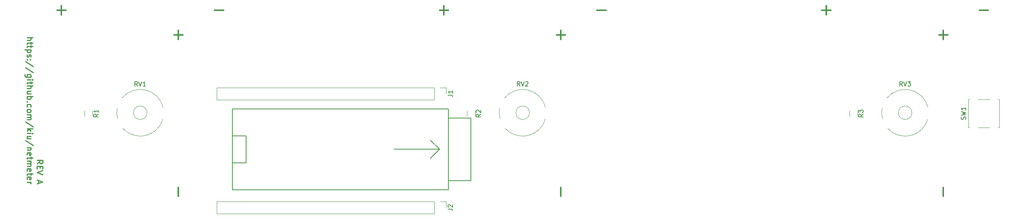
<source format=gbr>
G04 #@! TF.GenerationSoftware,KiCad,Pcbnew,(5.1.6)-1*
G04 #@! TF.CreationDate,2020-09-05T20:44:27+02:00*
G04 #@! TF.ProjectId,netmeter_base,6e65746d-6574-4657-925f-626173652e6b,rev?*
G04 #@! TF.SameCoordinates,Original*
G04 #@! TF.FileFunction,Legend,Top*
G04 #@! TF.FilePolarity,Positive*
%FSLAX46Y46*%
G04 Gerber Fmt 4.6, Leading zero omitted, Abs format (unit mm)*
G04 Created by KiCad (PCBNEW (5.1.6)-1) date 2020-09-05 20:44:27*
%MOMM*%
%LPD*%
G01*
G04 APERTURE LIST*
%ADD10C,0.250000*%
%ADD11C,0.200000*%
%ADD12C,0.300000*%
%ADD13C,0.120000*%
%ADD14C,0.150000*%
G04 APERTURE END LIST*
D10*
X34511904Y-86194642D02*
X35130952Y-85761309D01*
X34511904Y-85451785D02*
X35811904Y-85451785D01*
X35811904Y-85947023D01*
X35750000Y-86070833D01*
X35688095Y-86132738D01*
X35564285Y-86194642D01*
X35378571Y-86194642D01*
X35254761Y-86132738D01*
X35192857Y-86070833D01*
X35130952Y-85947023D01*
X35130952Y-85451785D01*
X35192857Y-86751785D02*
X35192857Y-87185119D01*
X34511904Y-87370833D02*
X34511904Y-86751785D01*
X35811904Y-86751785D01*
X35811904Y-87370833D01*
X35811904Y-87742261D02*
X34511904Y-88175595D01*
X35811904Y-88608928D01*
X34883333Y-89970833D02*
X34883333Y-90589880D01*
X34511904Y-89847023D02*
X35811904Y-90280357D01*
X34511904Y-90713690D01*
X32311904Y-58089880D02*
X33611904Y-58089880D01*
X32311904Y-58647023D02*
X32992857Y-58647023D01*
X33116666Y-58585119D01*
X33178571Y-58461309D01*
X33178571Y-58275595D01*
X33116666Y-58151785D01*
X33054761Y-58089880D01*
X33178571Y-59080357D02*
X33178571Y-59575595D01*
X33611904Y-59266071D02*
X32497619Y-59266071D01*
X32373809Y-59327976D01*
X32311904Y-59451785D01*
X32311904Y-59575595D01*
X33178571Y-59823214D02*
X33178571Y-60318452D01*
X33611904Y-60008928D02*
X32497619Y-60008928D01*
X32373809Y-60070833D01*
X32311904Y-60194642D01*
X32311904Y-60318452D01*
X33178571Y-60751785D02*
X31878571Y-60751785D01*
X33116666Y-60751785D02*
X33178571Y-60875595D01*
X33178571Y-61123214D01*
X33116666Y-61247023D01*
X33054761Y-61308928D01*
X32930952Y-61370833D01*
X32559523Y-61370833D01*
X32435714Y-61308928D01*
X32373809Y-61247023D01*
X32311904Y-61123214D01*
X32311904Y-60875595D01*
X32373809Y-60751785D01*
X32373809Y-61866071D02*
X32311904Y-61989880D01*
X32311904Y-62237499D01*
X32373809Y-62361309D01*
X32497619Y-62423214D01*
X32559523Y-62423214D01*
X32683333Y-62361309D01*
X32745238Y-62237499D01*
X32745238Y-62051785D01*
X32807142Y-61927976D01*
X32930952Y-61866071D01*
X32992857Y-61866071D01*
X33116666Y-61927976D01*
X33178571Y-62051785D01*
X33178571Y-62237499D01*
X33116666Y-62361309D01*
X32435714Y-62980357D02*
X32373809Y-63042261D01*
X32311904Y-62980357D01*
X32373809Y-62918452D01*
X32435714Y-62980357D01*
X32311904Y-62980357D01*
X33116666Y-62980357D02*
X33054761Y-63042261D01*
X32992857Y-62980357D01*
X33054761Y-62918452D01*
X33116666Y-62980357D01*
X32992857Y-62980357D01*
X33673809Y-64527976D02*
X32002380Y-63413690D01*
X33673809Y-65889880D02*
X32002380Y-64775595D01*
X33178571Y-66880357D02*
X32126190Y-66880357D01*
X32002380Y-66818452D01*
X31940476Y-66756547D01*
X31878571Y-66632738D01*
X31878571Y-66447023D01*
X31940476Y-66323214D01*
X32373809Y-66880357D02*
X32311904Y-66756547D01*
X32311904Y-66508928D01*
X32373809Y-66385119D01*
X32435714Y-66323214D01*
X32559523Y-66261309D01*
X32930952Y-66261309D01*
X33054761Y-66323214D01*
X33116666Y-66385119D01*
X33178571Y-66508928D01*
X33178571Y-66756547D01*
X33116666Y-66880357D01*
X32311904Y-67499404D02*
X33178571Y-67499404D01*
X33611904Y-67499404D02*
X33550000Y-67437500D01*
X33488095Y-67499404D01*
X33550000Y-67561309D01*
X33611904Y-67499404D01*
X33488095Y-67499404D01*
X33178571Y-67932738D02*
X33178571Y-68427976D01*
X33611904Y-68118452D02*
X32497619Y-68118452D01*
X32373809Y-68180357D01*
X32311904Y-68304166D01*
X32311904Y-68427976D01*
X32311904Y-68861309D02*
X33611904Y-68861309D01*
X32311904Y-69418452D02*
X32992857Y-69418452D01*
X33116666Y-69356547D01*
X33178571Y-69232738D01*
X33178571Y-69047023D01*
X33116666Y-68923214D01*
X33054761Y-68861309D01*
X33178571Y-70594642D02*
X32311904Y-70594642D01*
X33178571Y-70037500D02*
X32497619Y-70037500D01*
X32373809Y-70099404D01*
X32311904Y-70223214D01*
X32311904Y-70408928D01*
X32373809Y-70532738D01*
X32435714Y-70594642D01*
X32311904Y-71213690D02*
X33611904Y-71213690D01*
X33116666Y-71213690D02*
X33178571Y-71337500D01*
X33178571Y-71585119D01*
X33116666Y-71708928D01*
X33054761Y-71770833D01*
X32930952Y-71832738D01*
X32559523Y-71832738D01*
X32435714Y-71770833D01*
X32373809Y-71708928D01*
X32311904Y-71585119D01*
X32311904Y-71337500D01*
X32373809Y-71213690D01*
X32435714Y-72389880D02*
X32373809Y-72451785D01*
X32311904Y-72389880D01*
X32373809Y-72327976D01*
X32435714Y-72389880D01*
X32311904Y-72389880D01*
X32373809Y-73566071D02*
X32311904Y-73442261D01*
X32311904Y-73194642D01*
X32373809Y-73070833D01*
X32435714Y-73008928D01*
X32559523Y-72947023D01*
X32930952Y-72947023D01*
X33054761Y-73008928D01*
X33116666Y-73070833D01*
X33178571Y-73194642D01*
X33178571Y-73442261D01*
X33116666Y-73566071D01*
X32311904Y-74308928D02*
X32373809Y-74185119D01*
X32435714Y-74123214D01*
X32559523Y-74061309D01*
X32930952Y-74061309D01*
X33054761Y-74123214D01*
X33116666Y-74185119D01*
X33178571Y-74308928D01*
X33178571Y-74494642D01*
X33116666Y-74618452D01*
X33054761Y-74680357D01*
X32930952Y-74742261D01*
X32559523Y-74742261D01*
X32435714Y-74680357D01*
X32373809Y-74618452D01*
X32311904Y-74494642D01*
X32311904Y-74308928D01*
X32311904Y-75299404D02*
X33178571Y-75299404D01*
X33054761Y-75299404D02*
X33116666Y-75361309D01*
X33178571Y-75485119D01*
X33178571Y-75670833D01*
X33116666Y-75794642D01*
X32992857Y-75856547D01*
X32311904Y-75856547D01*
X32992857Y-75856547D02*
X33116666Y-75918452D01*
X33178571Y-76042261D01*
X33178571Y-76227976D01*
X33116666Y-76351785D01*
X32992857Y-76413690D01*
X32311904Y-76413690D01*
X33673809Y-77961309D02*
X32002380Y-76847023D01*
X32311904Y-78394642D02*
X33611904Y-78394642D01*
X32807142Y-78518452D02*
X32311904Y-78889880D01*
X33178571Y-78889880D02*
X32683333Y-78394642D01*
X32311904Y-79447023D02*
X33178571Y-79447023D01*
X33611904Y-79447023D02*
X33550000Y-79385119D01*
X33488095Y-79447023D01*
X33550000Y-79508928D01*
X33611904Y-79447023D01*
X33488095Y-79447023D01*
X33178571Y-80623214D02*
X32311904Y-80623214D01*
X33178571Y-80066071D02*
X32497619Y-80066071D01*
X32373809Y-80127976D01*
X32311904Y-80251785D01*
X32311904Y-80437499D01*
X32373809Y-80561309D01*
X32435714Y-80623214D01*
X33673809Y-82170833D02*
X32002380Y-81056547D01*
X33178571Y-82604166D02*
X32311904Y-82604166D01*
X33054761Y-82604166D02*
X33116666Y-82666071D01*
X33178571Y-82789880D01*
X33178571Y-82975595D01*
X33116666Y-83099404D01*
X32992857Y-83161309D01*
X32311904Y-83161309D01*
X32373809Y-84275595D02*
X32311904Y-84151785D01*
X32311904Y-83904166D01*
X32373809Y-83780357D01*
X32497619Y-83718452D01*
X32992857Y-83718452D01*
X33116666Y-83780357D01*
X33178571Y-83904166D01*
X33178571Y-84151785D01*
X33116666Y-84275595D01*
X32992857Y-84337500D01*
X32869047Y-84337500D01*
X32745238Y-83718452D01*
X33178571Y-84708928D02*
X33178571Y-85204166D01*
X33611904Y-84894642D02*
X32497619Y-84894642D01*
X32373809Y-84956547D01*
X32311904Y-85080357D01*
X32311904Y-85204166D01*
X32311904Y-85637499D02*
X33178571Y-85637499D01*
X33054761Y-85637499D02*
X33116666Y-85699404D01*
X33178571Y-85823214D01*
X33178571Y-86008928D01*
X33116666Y-86132738D01*
X32992857Y-86194642D01*
X32311904Y-86194642D01*
X32992857Y-86194642D02*
X33116666Y-86256547D01*
X33178571Y-86380357D01*
X33178571Y-86566071D01*
X33116666Y-86689880D01*
X32992857Y-86751785D01*
X32311904Y-86751785D01*
X32373809Y-87866071D02*
X32311904Y-87742261D01*
X32311904Y-87494642D01*
X32373809Y-87370833D01*
X32497619Y-87308928D01*
X32992857Y-87308928D01*
X33116666Y-87370833D01*
X33178571Y-87494642D01*
X33178571Y-87742261D01*
X33116666Y-87866071D01*
X32992857Y-87927976D01*
X32869047Y-87927976D01*
X32745238Y-87308928D01*
X33178571Y-88299404D02*
X33178571Y-88794642D01*
X33611904Y-88485119D02*
X32497619Y-88485119D01*
X32373809Y-88547023D01*
X32311904Y-88670833D01*
X32311904Y-88794642D01*
X32373809Y-89723214D02*
X32311904Y-89599404D01*
X32311904Y-89351785D01*
X32373809Y-89227976D01*
X32497619Y-89166071D01*
X32992857Y-89166071D01*
X33116666Y-89227976D01*
X33178571Y-89351785D01*
X33178571Y-89599404D01*
X33116666Y-89723214D01*
X32992857Y-89785119D01*
X32869047Y-89785119D01*
X32745238Y-89166071D01*
X32311904Y-90342261D02*
X33178571Y-90342261D01*
X32930952Y-90342261D02*
X33054761Y-90404166D01*
X33116666Y-90466071D01*
X33178571Y-90589880D01*
X33178571Y-90713690D01*
D11*
X131000000Y-90000000D02*
X131000000Y-76000000D01*
X126000000Y-76000000D02*
X131000000Y-76000000D01*
D12*
X66000000Y-91500000D02*
X66000000Y-93500000D01*
X151000000Y-91500000D02*
X151000000Y-93500000D01*
X66000000Y-56500000D02*
X66000000Y-58500000D01*
X65000000Y-57500000D02*
X67000000Y-57500000D01*
X151000000Y-56500000D02*
X151000000Y-58500000D01*
X150000000Y-57500000D02*
X152000000Y-57500000D01*
X236000000Y-93500000D02*
X236000000Y-91500000D01*
X236000000Y-58500000D02*
X236000000Y-56500000D01*
X235000000Y-57500000D02*
X237000000Y-57500000D01*
X244000000Y-52000000D02*
X246000000Y-52000000D01*
X210000000Y-51000000D02*
X210000000Y-53000000D01*
X209000000Y-52000000D02*
X211000000Y-52000000D01*
X159000000Y-52000000D02*
X161000000Y-52000000D01*
X126000000Y-52000000D02*
X124000000Y-52000000D01*
X125000000Y-51000000D02*
X125000000Y-53000000D01*
X74000000Y-52000000D02*
X76000000Y-52000000D01*
X41000000Y-52000000D02*
X39000000Y-52000000D01*
X40000000Y-51000000D02*
X40000000Y-53000000D01*
D11*
X122000000Y-85000000D02*
X124000000Y-83000000D01*
X122000000Y-81000000D02*
X124000000Y-83000000D01*
D13*
X124000000Y-83000000D02*
X122000000Y-81000000D01*
D11*
X124000000Y-83000000D02*
X114000000Y-83000000D01*
X81000000Y-86000000D02*
X81000000Y-80000000D01*
X78000000Y-86000000D02*
X81000000Y-86000000D01*
X78000000Y-80000000D02*
X81000000Y-80000000D01*
X131000000Y-90000000D02*
X126000000Y-90000000D01*
X126000000Y-74000000D02*
X78000000Y-74000000D01*
X126000000Y-92000000D02*
X126000000Y-74000000D01*
X78000000Y-92000000D02*
X126000000Y-92000000D01*
X78000000Y-74000000D02*
X78000000Y-92000000D01*
D13*
X122855000Y-69270000D02*
X74535000Y-69270000D01*
X74535000Y-69270000D02*
X74535000Y-71930000D01*
X74535000Y-71930000D02*
X122855000Y-71930000D01*
X122855000Y-71930000D02*
X122855000Y-69270000D01*
X124125000Y-69270000D02*
X125455000Y-69270000D01*
X125455000Y-69270000D02*
X125455000Y-70600000D01*
X125455000Y-94670000D02*
X125455000Y-96000000D01*
X124125000Y-94670000D02*
X125455000Y-94670000D01*
X122855000Y-97330000D02*
X122855000Y-94670000D01*
X74535000Y-97330000D02*
X122855000Y-97330000D01*
X74535000Y-94670000D02*
X74535000Y-97330000D01*
X122855000Y-94670000D02*
X74535000Y-94670000D01*
X45120000Y-75600000D02*
X45120000Y-74400000D01*
X46880000Y-74400000D02*
X46880000Y-75600000D01*
X131880000Y-74400000D02*
X131880000Y-75600000D01*
X130120000Y-75600000D02*
X130120000Y-74400000D01*
X215120000Y-75600000D02*
X215120000Y-74400000D01*
X216880000Y-74400000D02*
X216880000Y-75600000D01*
X241800000Y-78150000D02*
X241550000Y-78150000D01*
X241550000Y-78150000D02*
X241550000Y-71850000D01*
X241550000Y-71850000D02*
X241800000Y-71850000D01*
X246300000Y-78150000D02*
X243700000Y-78150000D01*
X248200000Y-71850000D02*
X248450000Y-71850000D01*
X248450000Y-71850000D02*
X248450000Y-78150000D01*
X248450000Y-78150000D02*
X248200000Y-78150000D01*
X243700000Y-71850000D02*
X246300000Y-71850000D01*
X59000000Y-74850000D02*
G75*
G03*
X59000000Y-74850000I-1500000J0D01*
G01*
X57590657Y-80059257D02*
G75*
G02*
X53628000Y-78336000I-90657J5209257D01*
G01*
X52466928Y-76198867D02*
G75*
G02*
X52385000Y-73856000I5033072J1348867D01*
G01*
X53509383Y-71500053D02*
G75*
G02*
X62577000Y-73679000I3990617J-3349947D01*
G01*
X62508173Y-76286071D02*
G75*
G02*
X57500000Y-80060000I-5008173J1436071D01*
G01*
X144000000Y-74850000D02*
G75*
G03*
X144000000Y-74850000I-1500000J0D01*
G01*
X147508173Y-76286071D02*
G75*
G02*
X142500000Y-80060000I-5008173J1436071D01*
G01*
X138509383Y-71500053D02*
G75*
G02*
X147577000Y-73679000I3990617J-3349947D01*
G01*
X137466928Y-76198867D02*
G75*
G02*
X137385000Y-73856000I5033072J1348867D01*
G01*
X142590657Y-80059257D02*
G75*
G02*
X138628000Y-78336000I-90657J5209257D01*
G01*
X229000000Y-74850000D02*
G75*
G03*
X229000000Y-74850000I-1500000J0D01*
G01*
X227590657Y-80059257D02*
G75*
G02*
X223628000Y-78336000I-90657J5209257D01*
G01*
X222466928Y-76198867D02*
G75*
G02*
X222385000Y-73856000I5033072J1348867D01*
G01*
X223509383Y-71500053D02*
G75*
G02*
X232577000Y-73679000I3990617J-3349947D01*
G01*
X232508173Y-76286071D02*
G75*
G02*
X227500000Y-80060000I-5008173J1436071D01*
G01*
D14*
X125907380Y-70933333D02*
X126621666Y-70933333D01*
X126764523Y-70980952D01*
X126859761Y-71076190D01*
X126907380Y-71219047D01*
X126907380Y-71314285D01*
X126907380Y-69933333D02*
X126907380Y-70504761D01*
X126907380Y-70219047D02*
X125907380Y-70219047D01*
X126050238Y-70314285D01*
X126145476Y-70409523D01*
X126193095Y-70504761D01*
X125907380Y-96333333D02*
X126621666Y-96333333D01*
X126764523Y-96380952D01*
X126859761Y-96476190D01*
X126907380Y-96619047D01*
X126907380Y-96714285D01*
X126002619Y-95904761D02*
X125955000Y-95857142D01*
X125907380Y-95761904D01*
X125907380Y-95523809D01*
X125955000Y-95428571D01*
X126002619Y-95380952D01*
X126097857Y-95333333D01*
X126193095Y-95333333D01*
X126335952Y-95380952D01*
X126907380Y-95952380D01*
X126907380Y-95333333D01*
X48152380Y-75166666D02*
X47676190Y-75500000D01*
X48152380Y-75738095D02*
X47152380Y-75738095D01*
X47152380Y-75357142D01*
X47200000Y-75261904D01*
X47247619Y-75214285D01*
X47342857Y-75166666D01*
X47485714Y-75166666D01*
X47580952Y-75214285D01*
X47628571Y-75261904D01*
X47676190Y-75357142D01*
X47676190Y-75738095D01*
X48152380Y-74214285D02*
X48152380Y-74785714D01*
X48152380Y-74500000D02*
X47152380Y-74500000D01*
X47295238Y-74595238D01*
X47390476Y-74690476D01*
X47438095Y-74785714D01*
X133152380Y-75166666D02*
X132676190Y-75500000D01*
X133152380Y-75738095D02*
X132152380Y-75738095D01*
X132152380Y-75357142D01*
X132200000Y-75261904D01*
X132247619Y-75214285D01*
X132342857Y-75166666D01*
X132485714Y-75166666D01*
X132580952Y-75214285D01*
X132628571Y-75261904D01*
X132676190Y-75357142D01*
X132676190Y-75738095D01*
X132247619Y-74785714D02*
X132200000Y-74738095D01*
X132152380Y-74642857D01*
X132152380Y-74404761D01*
X132200000Y-74309523D01*
X132247619Y-74261904D01*
X132342857Y-74214285D01*
X132438095Y-74214285D01*
X132580952Y-74261904D01*
X133152380Y-74833333D01*
X133152380Y-74214285D01*
X218152380Y-75166666D02*
X217676190Y-75500000D01*
X218152380Y-75738095D02*
X217152380Y-75738095D01*
X217152380Y-75357142D01*
X217200000Y-75261904D01*
X217247619Y-75214285D01*
X217342857Y-75166666D01*
X217485714Y-75166666D01*
X217580952Y-75214285D01*
X217628571Y-75261904D01*
X217676190Y-75357142D01*
X217676190Y-75738095D01*
X217152380Y-74833333D02*
X217152380Y-74214285D01*
X217533333Y-74547619D01*
X217533333Y-74404761D01*
X217580952Y-74309523D01*
X217628571Y-74261904D01*
X217723809Y-74214285D01*
X217961904Y-74214285D01*
X218057142Y-74261904D01*
X218104761Y-74309523D01*
X218152380Y-74404761D01*
X218152380Y-74690476D01*
X218104761Y-74785714D01*
X218057142Y-74833333D01*
X240904761Y-76333333D02*
X240952380Y-76190476D01*
X240952380Y-75952380D01*
X240904761Y-75857142D01*
X240857142Y-75809523D01*
X240761904Y-75761904D01*
X240666666Y-75761904D01*
X240571428Y-75809523D01*
X240523809Y-75857142D01*
X240476190Y-75952380D01*
X240428571Y-76142857D01*
X240380952Y-76238095D01*
X240333333Y-76285714D01*
X240238095Y-76333333D01*
X240142857Y-76333333D01*
X240047619Y-76285714D01*
X240000000Y-76238095D01*
X239952380Y-76142857D01*
X239952380Y-75904761D01*
X240000000Y-75761904D01*
X239952380Y-75428571D02*
X240952380Y-75190476D01*
X240238095Y-75000000D01*
X240952380Y-74809523D01*
X239952380Y-74571428D01*
X240952380Y-73666666D02*
X240952380Y-74238095D01*
X240952380Y-73952380D02*
X239952380Y-73952380D01*
X240095238Y-74047619D01*
X240190476Y-74142857D01*
X240238095Y-74238095D01*
X56904761Y-68902380D02*
X56571428Y-68426190D01*
X56333333Y-68902380D02*
X56333333Y-67902380D01*
X56714285Y-67902380D01*
X56809523Y-67950000D01*
X56857142Y-67997619D01*
X56904761Y-68092857D01*
X56904761Y-68235714D01*
X56857142Y-68330952D01*
X56809523Y-68378571D01*
X56714285Y-68426190D01*
X56333333Y-68426190D01*
X57190476Y-67902380D02*
X57523809Y-68902380D01*
X57857142Y-67902380D01*
X58714285Y-68902380D02*
X58142857Y-68902380D01*
X58428571Y-68902380D02*
X58428571Y-67902380D01*
X58333333Y-68045238D01*
X58238095Y-68140476D01*
X58142857Y-68188095D01*
X141904761Y-68902380D02*
X141571428Y-68426190D01*
X141333333Y-68902380D02*
X141333333Y-67902380D01*
X141714285Y-67902380D01*
X141809523Y-67950000D01*
X141857142Y-67997619D01*
X141904761Y-68092857D01*
X141904761Y-68235714D01*
X141857142Y-68330952D01*
X141809523Y-68378571D01*
X141714285Y-68426190D01*
X141333333Y-68426190D01*
X142190476Y-67902380D02*
X142523809Y-68902380D01*
X142857142Y-67902380D01*
X143142857Y-67997619D02*
X143190476Y-67950000D01*
X143285714Y-67902380D01*
X143523809Y-67902380D01*
X143619047Y-67950000D01*
X143666666Y-67997619D01*
X143714285Y-68092857D01*
X143714285Y-68188095D01*
X143666666Y-68330952D01*
X143095238Y-68902380D01*
X143714285Y-68902380D01*
X226904761Y-68902380D02*
X226571428Y-68426190D01*
X226333333Y-68902380D02*
X226333333Y-67902380D01*
X226714285Y-67902380D01*
X226809523Y-67950000D01*
X226857142Y-67997619D01*
X226904761Y-68092857D01*
X226904761Y-68235714D01*
X226857142Y-68330952D01*
X226809523Y-68378571D01*
X226714285Y-68426190D01*
X226333333Y-68426190D01*
X227190476Y-67902380D02*
X227523809Y-68902380D01*
X227857142Y-67902380D01*
X228095238Y-67902380D02*
X228714285Y-67902380D01*
X228380952Y-68283333D01*
X228523809Y-68283333D01*
X228619047Y-68330952D01*
X228666666Y-68378571D01*
X228714285Y-68473809D01*
X228714285Y-68711904D01*
X228666666Y-68807142D01*
X228619047Y-68854761D01*
X228523809Y-68902380D01*
X228238095Y-68902380D01*
X228142857Y-68854761D01*
X228095238Y-68807142D01*
M02*

</source>
